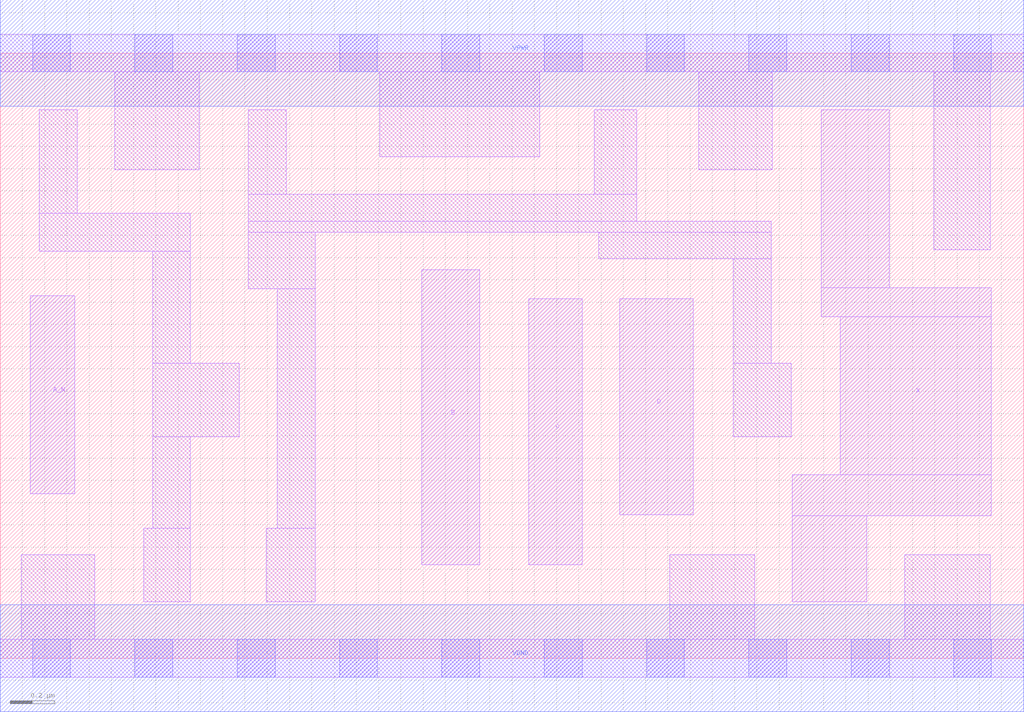
<source format=lef>
# Copyright 2020 The SkyWater PDK Authors
#
# Licensed under the Apache License, Version 2.0 (the "License");
# you may not use this file except in compliance with the License.
# You may obtain a copy of the License at
#
#     https://www.apache.org/licenses/LICENSE-2.0
#
# Unless required by applicable law or agreed to in writing, software
# distributed under the License is distributed on an "AS IS" BASIS,
# WITHOUT WARRANTIES OR CONDITIONS OF ANY KIND, either express or implied.
# See the License for the specific language governing permissions and
# limitations under the License.
#
# SPDX-License-Identifier: Apache-2.0

VERSION 5.7 ;
  NOWIREEXTENSIONATPIN ON ;
  DIVIDERCHAR "/" ;
  BUSBITCHARS "[]" ;
UNITS
  DATABASE MICRONS 200 ;
END UNITS
PROPERTYDEFINITIONS
  MACRO maskLayoutSubType STRING ;
  MACRO prCellType STRING ;
  MACRO originalViewName STRING ;
END PROPERTYDEFINITIONS
MACRO sky130_fd_sc_hdll__and4b_2
  CLASS CORE ;
  FOREIGN sky130_fd_sc_hdll__and4b_2 ;
  ORIGIN  0.000000  0.000000 ;
  SIZE  4.600000 BY  2.720000 ;
  SYMMETRY X Y R90 ;
  SITE unithd ;
  PIN A_N
    ANTENNAGATEAREA  0.138600 ;
    DIRECTION INPUT ;
    USE SIGNAL ;
    PORT
      LAYER li1 ;
        RECT 0.135000 0.740000 0.335000 1.630000 ;
    END
  END A_N
  PIN B
    ANTENNAGATEAREA  0.138600 ;
    DIRECTION INPUT ;
    USE SIGNAL ;
    PORT
      LAYER li1 ;
        RECT 1.895000 0.420000 2.155000 1.745000 ;
    END
  END B
  PIN C
    ANTENNAGATEAREA  0.138600 ;
    DIRECTION INPUT ;
    USE SIGNAL ;
    PORT
      LAYER li1 ;
        RECT 2.375000 0.420000 2.615000 1.615000 ;
    END
  END C
  PIN D
    ANTENNAGATEAREA  0.138600 ;
    DIRECTION INPUT ;
    USE SIGNAL ;
    PORT
      LAYER li1 ;
        RECT 2.785000 0.645000 3.115000 1.615000 ;
    END
  END D
  PIN VGND
    ANTENNADIFFAREA  0.539650 ;
    DIRECTION INOUT ;
    USE SIGNAL ;
    PORT
      LAYER met1 ;
        RECT 0.000000 -0.240000 4.600000 0.240000 ;
    END
  END VGND
  PIN VPWR
    ANTENNADIFFAREA  0.856300 ;
    DIRECTION INOUT ;
    USE SIGNAL ;
    PORT
      LAYER met1 ;
        RECT 0.000000 2.480000 4.600000 2.960000 ;
    END
  END VPWR
  PIN X
    ANTENNADIFFAREA  0.555750 ;
    DIRECTION OUTPUT ;
    USE SIGNAL ;
    PORT
      LAYER li1 ;
        RECT 3.560000 0.255000 3.895000 0.640000 ;
        RECT 3.560000 0.640000 4.455000 0.825000 ;
        RECT 3.690000 1.535000 4.455000 1.665000 ;
        RECT 3.690000 1.665000 3.995000 2.465000 ;
        RECT 3.775000 0.825000 4.455000 1.535000 ;
    END
  END X
  OBS
    LAYER li1 ;
      RECT 0.000000 -0.085000 4.600000 0.085000 ;
      RECT 0.000000  2.635000 4.600000 2.805000 ;
      RECT 0.095000  0.085000 0.425000 0.465000 ;
      RECT 0.175000  1.830000 0.855000 2.000000 ;
      RECT 0.175000  2.000000 0.345000 2.465000 ;
      RECT 0.515000  2.195000 0.895000 2.635000 ;
      RECT 0.645000  0.255000 0.855000 0.585000 ;
      RECT 0.685000  0.585000 0.855000 0.995000 ;
      RECT 0.685000  0.995000 1.075000 1.325000 ;
      RECT 0.685000  1.325000 0.855000 1.830000 ;
      RECT 1.115000  1.660000 1.415000 1.915000 ;
      RECT 1.115000  1.915000 3.465000 1.965000 ;
      RECT 1.115000  1.965000 2.860000 2.085000 ;
      RECT 1.115000  2.085000 1.285000 2.465000 ;
      RECT 1.195000  0.255000 1.415000 0.585000 ;
      RECT 1.245000  0.585000 1.415000 1.660000 ;
      RECT 1.705000  2.255000 2.425000 2.635000 ;
      RECT 2.670000  2.085000 2.860000 2.465000 ;
      RECT 2.690000  1.795000 3.465000 1.915000 ;
      RECT 3.010000  0.085000 3.390000 0.465000 ;
      RECT 3.140000  2.195000 3.470000 2.635000 ;
      RECT 3.295000  0.995000 3.555000 1.325000 ;
      RECT 3.295000  1.325000 3.465000 1.795000 ;
      RECT 4.065000  0.085000 4.450000 0.465000 ;
      RECT 4.195000  1.835000 4.450000 2.635000 ;
    LAYER mcon ;
      RECT 0.145000 -0.085000 0.315000 0.085000 ;
      RECT 0.145000  2.635000 0.315000 2.805000 ;
      RECT 0.605000 -0.085000 0.775000 0.085000 ;
      RECT 0.605000  2.635000 0.775000 2.805000 ;
      RECT 1.065000 -0.085000 1.235000 0.085000 ;
      RECT 1.065000  2.635000 1.235000 2.805000 ;
      RECT 1.525000 -0.085000 1.695000 0.085000 ;
      RECT 1.525000  2.635000 1.695000 2.805000 ;
      RECT 1.985000 -0.085000 2.155000 0.085000 ;
      RECT 1.985000  2.635000 2.155000 2.805000 ;
      RECT 2.445000 -0.085000 2.615000 0.085000 ;
      RECT 2.445000  2.635000 2.615000 2.805000 ;
      RECT 2.905000 -0.085000 3.075000 0.085000 ;
      RECT 2.905000  2.635000 3.075000 2.805000 ;
      RECT 3.365000 -0.085000 3.535000 0.085000 ;
      RECT 3.365000  2.635000 3.535000 2.805000 ;
      RECT 3.825000 -0.085000 3.995000 0.085000 ;
      RECT 3.825000  2.635000 3.995000 2.805000 ;
      RECT 4.285000 -0.085000 4.455000 0.085000 ;
      RECT 4.285000  2.635000 4.455000 2.805000 ;
  END
  PROPERTY maskLayoutSubType "abstract" ;
  PROPERTY prCellType "standard" ;
  PROPERTY originalViewName "layout" ;
END sky130_fd_sc_hdll__and4b_2
END LIBRARY

</source>
